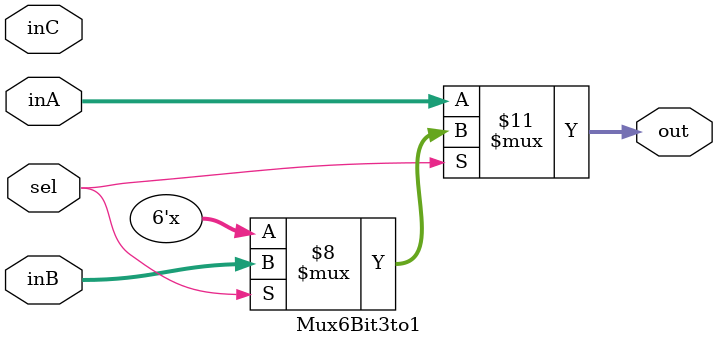
<source format=v>
`timescale 1ns / 1ps


module Mux6Bit3to1(inA, inB, inC, sel,out);
input [5:0] inA; 
input [5:0] inB;
input [5:0] inC;

input sel; 

output reg [5:0] out; 

always @ (*)
if (sel == 00) begin
out <= inA;
end

else if (sel == 01) begin
out <= inB;
end

else if(sel == 10) begin
out <= inC;
end




endmodule

</source>
